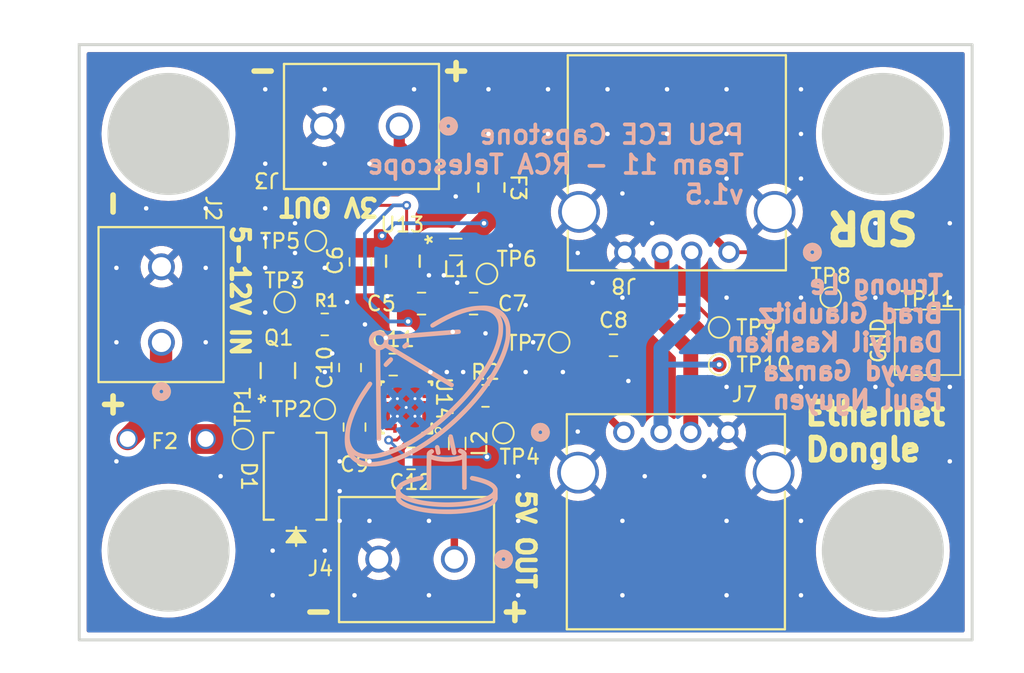
<source format=kicad_pcb>
(kicad_pcb (version 20240108) (generator "pcbnew") (generator_version "8.0")
  (title_block (title "Power Data Distribute PCB") (date "2025-03-15") (rev "1.5"))
  (layers (0 "F.Cu" signal) (31 "B.Cu" signal) (34 "B.Paste" user) (35 "F.Paste" user) (36 "B.SilkS" user "B.Silkscreen") (37 "F.SilkS" user "F.Silkscreen") (38 "B.Mask" user) (39 "F.Mask" user) (44 "Edge.Cuts" user))
  (net 0 "")
  (net 1 "GND")
  (net 2 "Net-(U13-SNS)")
  (net 3 "+3V0")
  (net 4 "Net-(Q1-D)")
  (net 5 "+5V")
  (net 6 "Net-(Q1-G)")
  (net 7 "Net-(U13-CFF)")
  (net 8 "Net-(U13-SW)")
  (net 10 "/PowerDataDistribute/VDD")
  (net 11 "/PowerDataDistribute/USB_D-_IN")
  (net 12 "/PowerDataDistribute/USB_D+_IN")
  (net 13 "Net-(Q1-S)")
  (net 14 "Net-(U14-SS_TR)")
  (net 15 "Net-(L2-Pad1)")
  (net 16 "Net-(U14-PG)")
  (footprint "Library:CONN_AU-Y1005-2_ASM" (layer "F.Cu") (at 57.657501 27.9494 180)
    (property "Reference" "J8" (at 7.057501 -2.2506 180) (layer "F.SilkS"))
    (property "Value" "USB_A")
    (pad "1" thru_hole circle (at 0 0 180) (size 1.4224 1.4224) (drill 0.9144) (layers "*.Cu" "*.Mask") (net 5 "+5V"))
    (pad "2" thru_hole circle (at 2.5 0 180) (size 1.4224 1.4224) (drill 0.9144) (layers "*.Cu" "*.Mask") (net 11 "/PowerDataDistribute/USB_D-_IN"))
    (pad "3" thru_hole circle (at 4.500001 0 180) (size 1.4224 1.4224) (drill 0.9144) (layers "*.Cu" "*.Mask") (net 12 "/PowerDataDistribute/USB_D+_IN"))
    (pad "4" thru_hole circle (at -3.069999 2.71 180) (size 2.8 2.8) (drill 2.3114) (layers "*.Cu" "*.Mask") (net 1 "GND"))
    (pad "4" thru_hole circle (at 7.000001 0 180) (size 1.4224 1.4224) (drill 0.9144) (layers "*.Cu" "*.Mask") (net 1 "GND"))
    (pad "4" thru_hole circle (at 10.07 2.71 180) (size 2.8 2.8) (drill 2.3114) (layers "*.Cu" "*.Mask") (net 1 "GND"))
  )
  (footprint "TestPoint:TestPoint_Pad_D1.0mm" (layer "F.Cu") (at 46.25 34)
    (property "Reference" "TP7" (at -2.2 0.05 0) (layer "F.SilkS"))
    (property "Value" "5VOUT")
    (pad "1" smd circle (at 0 0) (size 1 1) (layers "F.Cu" "F.Mask") (net 5 "+5V"))
  )
  (footprint "Capacitor_SMD:C_0805_2012Metric" (layer "F.Cu") (at 40.5 31.4 180)
    (property "Reference" "C7" (at -2.6 0 0) (layer "F.SilkS"))
    (property "Value" "4.7 uF")
    (pad "1" smd roundrect (at -0.95 0 180) (size 1 1.45) (layers "F.Cu" "F.Paste" "F.Mask") (net 2 "Net-(U13-SNS)"))
    (pad "2" smd roundrect (at 0.95 0 180) (size 1 1.45) (layers "F.Cu" "F.Paste" "F.Mask") (net 1 "GND"))
  )
  (footprint "TestPoint:TestPoint_Pad_4.0x4.0mm" (layer "F.Cu") (at 71 34)
    (property "Reference" "TP11" (at 0 -2.898 0) (layer "F.SilkS"))
    (property "Value" "GNDCLIP")
    (pad "1" smd rect (at 0 0) (size 4 4) (layers "F.Cu" "F.Mask") (net 1 "GND"))
  )
  (footprint "TestPoint:TestPoint_Pad_D1.0mm" (layer "F.Cu") (at 30.5 38.5 -90)
    (property "Reference" "TP2" (at 0 2.2 180) (layer "F.SilkS"))
    (property "Value" "5VBUCKVIN")
    (pad "1" smd circle (at 0 0 270) (size 1 1) (layers "F.Cu" "F.Mask") (net 13 "Net-(Q1-S)"))
  )
  (footprint "Capacitor_SMD:C_0805_2012Metric" (layer "F.Cu") (at 32.2 35.7 90)
    (property "Reference" "C10" (at 0 -1.7 90) (layer "F.SilkS"))
    (property "Value" "0.1uF")
    (pad "1" smd roundrect (at -0.95 0 90) (size 1 1.45) (layers "F.Cu" "F.Paste" "F.Mask") (net 13 "Net-(Q1-S)"))
    (pad "2" smd roundrect (at 0.95 0 90) (size 1 1.45) (layers "F.Cu" "F.Paste" "F.Mask") (net 1 "GND"))
  )
  (footprint "TestPoint:TestPoint_Pad_D1.0mm" (layer "F.Cu") (at 57 35.5)
    (property "Reference" "TP10" (at 3 0 0) (layer "F.SilkS"))
    (property "Value" "D-USB")
    (pad "1" smd circle (at 0 0) (size 1 1) (layers "F.Cu" "F.Mask") (net 11 "/PowerDataDistribute/USB_D-_IN"))
  )
  (footprint "TestPoint:TestPoint_Pad_D1.0mm" (layer "F.Cu") (at 57 33)
    (property "Reference" "TP9" (at 2.5 0 0) (layer "F.SilkS"))
    (property "Value" "D+USB")
    (pad "1" smd circle (at 0 0) (size 1 1) (layers "F.Cu" "F.Mask") (net 12 "/PowerDataDistribute/USB_D+_IN"))
  )
  (footprint "Library:MLF-8_ML_MCH" (layer "F.Cu") (at 35.75 28.55 -90)
    (property "Reference" "U13" (at -2.45 0.05 0) (layer "F.SilkS"))
    (property "Value" "MIC23050-SYML-TR")
    (fp_text user "*" (at -1.45 -2.05 -90) (layer "F.SilkS"))
    (pad "1" smd rect (at -0.9525 -0.750001) (size 0.254 0.7112) (layers "F.Cu" "F.Paste" "F.Mask") (net 8 "Net-(U13-SW)"))
    (pad "2" smd rect (at -0.9525 -0.25) (size 0.254 0.7112) (layers "F.Cu" "F.Paste" "F.Mask") (net 5 "+5V"))
    (pad "3" smd rect (at -0.9525 0.25) (size 0.254 0.7112) (layers "F.Cu" "F.Paste" "F.Mask"))
    (pad "4" smd rect (at -0.9525 0.750001) (size 0.254 0.7112) (layers "F.Cu" "F.Paste" "F.Mask") (net 2 "Net-(U13-SNS)"))
    (pad "5" smd rect (at 0.9525 0.750001) (size 0.254 0.7112) (layers "F.Cu" "F.Paste" "F.Mask") (net 7 "Net-(U13-CFF)"))
    (pad "6" smd rect (at 0.9525 0.25) (size 0.254 0.7112) (layers "F.Cu" "F.Paste" "F.Mask") (net 1 "GND"))
    (pad "7" smd rect (at 0.9525 -0.25) (size 0.254 0.7112) (layers "F.Cu" "F.Paste" "F.Mask") (net 5 "+5V"))
    (pad "8" smd rect (at 0.9525 -0.750001) (size 0.254 0.7112) (layers "F.Cu" "F.Paste" "F.Mask") (net 1 "GND"))
    (pad "9" smd rect (at 0 0 270) (size 0.7112 1.2954) (layers "F.Cu" "F.Paste" "F.Mask") (net 1 "GND"))
  )
  (footprint "Library:RGEF300K-2" (layer "F.Cu") (at 20.25 44.5)
    (property "Reference" "F2" (at -0.5 -3.85 0) (layer "F.SilkS"))
    (property "Value" "RGEF300K-2")
    (pad "1" thru_hole circle (at -3 -4) (size 1.36 1.36) (drill 1.06) (layers "*.Cu" "*.Mask") (net 10 "/PowerDataDistribute/VDD"))
    (pad "2" thru_hole circle (at 2.25 -4) (size 1.36 1.36) (drill 1.06) (layers "*.Cu" "*.Mask") (net 4 "Net-(Q1-D)"))
  )
  (footprint "Library:U-DFN2020-6_DIO" (layer "F.Cu") (at 27.349999 35.899999 90)
    (property "Reference" "Q1" (at 2.199999 0.050001 0) (layer "F.SilkS"))
    (property "Value" "DMP4047LFDE-7")
    (fp_text user "*" (at -1.900001 -0.749999 90) (layer "F.SilkS"))
    (pad "1" smd rect (at -0.900001 -0.649999 90) (size 0.508 0.4064) (layers "F.Cu" "F.Paste" "F.Mask") (net 4 "Net-(Q1-D)"))
    (pad "1" smd rect (at -0.900001 0 90) (size 0.508 0.4064) (layers "F.Cu" "F.Paste" "F.Mask") (net 4 "Net-(Q1-D)"))
    (pad "1" smd rect (at 0.900001 -0.649999 90) (size 0.508 0.4064) (layers "F.Cu" "F.Paste" "F.Mask") (net 4 "Net-(Q1-D)"))
    (pad "1" smd rect (at 0.900001 0 90) (size 0.508 0.4064) (layers "F.Cu" "F.Paste" "F.Mask") (net 4 "Net-(Q1-D)"))
    (pad "2" smd rect (at 0.900001 0.649999 90) (size 0.508 0.4064) (layers "F.Cu" "F.Paste" "F.Mask") (net 6 "Net-(Q1-G)"))
    (pad "3" smd rect (at -0.900001 0.649999 90) (size 0.508 0.4064) (layers "F.Cu" "F.Paste" "F.Mask") (net 13 "Net-(Q1-S)"))
    (pad "3" smd rect (at 0 0.65 90) (size 0.9144 0.2794) (layers "F.Cu" "F.Paste" "F.Mask") (net 13 "Net-(Q1-S)") (clearance 0.18))
  )
  (footprint "Library:CONN_1729128_PXC" (layer "F.Cu") (at 19.525 34.0066 90)
    (property "Reference" "J2" (at 9.0066 3.475 -90) (layer "F.SilkS"))
    (property "Value" "5V From PoE Splitter")
    (pad "1" thru_hole circle (at 0 0 90) (size 1.8034 1.8034) (drill 1.2954) (layers "*.Cu" "*.Mask") (net 10 "/PowerDataDistribute/VDD"))
    (pad "2" thru_hole circle (at 5.08 0 90) (size 1.8034 1.8034) (drill 1.2954) (layers "*.Cu" "*.Mask") (net 1 "GND"))
  )
  (footprint "TestPoint:TestPoint_Pad_D1.0mm" (layer "F.Cu") (at 41.4 29.4 90)
    (property "Reference" "TP6" (at 1 2 180) (layer "F.SilkS"))
    (property "Value" "3VBUCKOUT")
    (pad "1" smd circle (at 0 0 90) (size 1 1) (layers "F.Cu" "F.Mask") (net 2 "Net-(U13-SNS)"))
  )
  (footprint "TestPoint:TestPoint_Pad_D1.0mm" (layer "F.Cu") (at 64.5 31)
    (property "Reference" "TP8" (at 0 -1.448 360) (layer "F.SilkS"))
    (property "Value" "5VUSB")
    (pad "1" smd circle (at 0 0) (size 1 1) (layers "F.Cu" "F.Mask") (net 5 "+5V"))
  )
  (footprint "Capacitor_SMD:C_0805_2012Metric" (layer "F.Cu") (at 36.3 41.8 180)
    (property "Reference" "C12" (at 0 -1.6 360) (layer "F.SilkS"))
    (property "Value" "22uF")
    (pad "1" smd roundrect (at -0.95 0 180) (size 1 1.45) (layers "F.Cu" "F.Paste" "F.Mask") (net 5 "+5V"))
    (pad "2" smd roundrect (at 0.95 0 180) (size 1 1.45) (layers "F.Cu" "F.Paste" "F.Mask") (net 1 "GND"))
  )
  (footprint "Capacitor_SMD:C_0805_2012Metric" (layer "F.Cu") (at 35.1 35.5 180)
    (property "Reference" "C11" (at 0 1.7 360) (layer "F.SilkS"))
    (property "Value" "3.3nF")
    (pad "1" smd roundrect (at -0.95 0 180) (size 1 1.45) (layers "F.Cu" "F.Paste" "F.Mask") (net 1 "GND"))
    (pad "2" smd roundrect (at 0.95 0 180) (size 1 1.45) (layers "F.Cu" "F.Paste" "F.Mask") (net 14 "Net-(U14-SS_TR)"))
  )
  (footprint "Capacitor_SMD:C_0805_2012Metric" (layer "F.Cu") (at 32.5 39.7 -90)
    (property "Reference" "C9" (at 2.5 0 180) (layer "F.SilkS"))
    (property "Value" "10uF")
    (pad "1" smd roundrect (at -0.95 0 270) (size 1 1.45) (layers "F.Cu" "F.Paste" "F.Mask") (net 13 "Net-(Q1-S)"))
    (pad "2" smd roundrect (at 0.95 0 270) (size 1 1.45) (layers "F.Cu" "F.Paste" "F.Mask") (net 1 "GND"))
  )
  (footprint "Resistor_SMD:R_0805_2012Metric" (layer "F.Cu") (at 30.5 32.8)
    (property "Reference" "R1" (at 0.1 -1.6 360) (layer "F.SilkS") (effects (font (size 0.8 0.8))))
    (property "Value" "100k")
    (pad "1" smd roundrect (at -0.9125 0) (size 1.025 1.4) (layers "F.Cu" "F.Paste" "F.Mask") (roundrect_rratio 0.243902) (net 6 "Net-(Q1-G)"))
    (pad "2" smd roundrect (at 0.9125 0) (size 1.025 1.4) (layers "F.Cu" "F.Paste" "F.Mask") (roundrect_rratio 0.243902) (net 1 "GND"))
  )
  (footprint "Resistor_SMD:R_0805_2012Metric" (layer "F.Cu") (at 41.3 37.6 180)
    (property "Reference" "R2" (at 0 1.6 360) (layer "F.SilkS"))
    (property "Value" "100k")
    (pad "1" smd roundrect (at -0.9125 0 180) (size 1.025 1.4) (layers "F.Cu" "F.Paste" "F.Mask") (roundrect_rratio 0.243902) (net 5 "+5V"))
    (pad "2" smd roundrect (at 0.9125 0 180) (size 1.025 1.4) (layers "F.Cu" "F.Paste" "F.Mask") (roundrect_rratio 0.243902) (net 16 "Net-(U14-PG)"))
  )
  (footprint "Library:CONN_1729128_PXC" (layer "F.Cu") (at 39.2066 48.575001 180)
    (property "Reference" "J4" (at 9.0066 -0.624999 0) (layer "F.SilkS"))
    (property "Value" "5V Out For Filter Board")
    (pad "1" thru_hole circle (at 0 0 180) (size 1.8034 1.8034) (drill 1.2954) (layers "*.Cu" "*.Mask") (net 5 "+5V"))
    (pad "2" thru_hole circle (at 5.08 0 180) (size 1.8034 1.8034) (drill 1.2954) (layers "*.Cu" "*.Mask") (net 1 "GND"))
  )
  (footprint "Library:CONN_AU-Y1005-2_ASM" (layer "F.Cu") (at 50.5925 40.0506)
    (property "Reference" "J7" (at 8.1075 -2.5506 0) (layer "F.SilkS"))
    (property "Value" "USB_A")
    (pad "1" thru_hole circle (at 0 0) (size 1.4224 1.4224) (drill 0.9144) (layers "*.Cu" "*.Mask") (net 5 "+5V"))
    (pad "2" thru_hole circle (at 2.5 0) (size 1.4224 1.4224) (drill 0.9144) (layers "*.Cu" "*.Mask") (net 11 "/PowerDataDistribute/USB_D-_IN"))
    (pad "3" thru_hole circle (at 4.500001 0) (size 1.4224 1.4224) (drill 0.9144) (layers "*.Cu" "*.Mask") (net 12 "/PowerDataDistribute/USB_D+_IN"))
    (pad "4" thru_hole circle (at -3.069999 2.71) (size 2.8 2.8) (drill 2.3114) (layers "*.Cu" "*.Mask") (net 1 "GND"))
    (pad "4" thru_hole circle (at 7.000001 0) (size 1.4224 1.4224) (drill 0.9144) (layers "*.Cu" "*.Mask") (net 1 "GND"))
    (pad "4" thru_hole circle (at 10.07 2.71) (size 2.8 2.8) (drill 2.3114) (layers "*.Cu" "*.Mask") (net 1 "GND"))
  )
  (footprint "Library:RGT0016C" (layer "F.Cu") (at 35.970004 38.379996 180)
    (property "Reference" "U14" (at -2.529996 0.579996 -90) (layer "F.SilkS"))
    (property "Value" "TPS62133RGTR")
    (pad "1" smd rect (at -1.399997 -0.750004 270) (size 0.24 0.599999) (layers "F.Cu" "F.Paste" "F.Mask") (net 15 "Net-(L2-Pad1)"))
    (pad "2" smd rect (at -1.399997 -0.250005 270) (size 0.24 0.599999) (layers "F.Cu" "F.Paste" "F.Mask") (net 15 "Net-(L2-Pad1)"))
    (pad "3" smd rect (at -1.399997 0.249997 270) (size 0.24 0.599999) (layers "F.Cu" "F.Paste" "F.Mask") (net 15 "Net-(L2-Pad1)"))
    (pad "4" smd rect (at -1.399997 0.749996 270) (size 0.24 0.599999) (layers "F.Cu" "F.Paste" "F.Mask") (net 16 "Net-(U14-PG)"))
    (pad "5" smd rect (at -0.749996 1.399997 180) (size 0.24 0.599999) (layers "F.Cu" "F.Paste" "F.Mask") (net 1 "GND"))
    (pad "6" smd rect (at -0.249997 1.399997 180) (size 0.24 0.599999) (layers "F.Cu" "F.Paste" "F.Mask") (net 1 "GND"))
    (pad "7" smd rect (at 0.250005 1.399997 180) (size 0.24 0.599999) (layers "F.Cu" "F.Paste" "F.Mask") (net 1 "GND"))
    (pad "8" smd rect (at 0.750004 1.399997 180) (size 0.24 0.599999) (layers "F.Cu" "F.Paste" "F.Mask") (net 1 "GND"))
    (pad "9" smd rect (at 1.400002 0.749996 270) (size 0.24 0.599999) (layers "F.Cu" "F.Paste" "F.Mask") (net 14 "Net-(U14-SS_TR)"))
    (pad "10" smd rect (at 1.400002 0.249997 270) (size 0.24 0.599999) (layers "F.Cu" "F.Paste" "F.Mask") (net 13 "Net-(Q1-S)"))
    (pad "11" smd rect (at 1.400002 -0.250005 270) (size 0.24 0.599999) (layers "F.Cu" "F.Paste" "F.Mask") (net 13 "Net-(Q1-S)"))
    (pad "12" smd rect (at 1.400002 -0.750004 270) (size 0.24 0.599999) (layers "F.Cu" "F.Paste" "F.Mask") (net 13 "Net-(Q1-S)"))
    (pad "13" smd rect (at 0.750004 -1.400002 180) (size 0.24 0.599999) (layers "F.Cu" "F.Paste" "F.Mask") (net 13 "Net-(Q1-S)"))
    (pad "14" smd rect (at 0.250005 -1.400002 180) (size 0.24 0.599999) (layers "F.Cu" "F.Paste" "F.Mask") (net 5 "+5V"))
    (pad "15" smd rect (at -0.249997 -1.400002 180) (size 0.24 0.599999) (layers "F.Cu" "F.Paste" "F.Mask") (net 1 "GND"))
    (pad "16" smd rect (at -0.749996 -1.400002 180) (size 0.24 0.599999) (layers "F.Cu" "F.Paste" "F.Mask") (net 1 "GND"))
    (pad "17" smd rect (at 0.000005 -0.000003 180) (size 1.679999 1.679999) (layers "F.Cu" "F.Mask") (net 1 "GND"))
    (pad "18" thru_hole circle (at 0.590001 -0.590001 180) (size 0.499999 0.499999) (drill 0.2032) (layers "*.Cu" "*.Mask") (net 1 "GND"))
    (pad "19" thru_hole circle (at 0.590001 0.589996 180) (size 0.499999 0.499999) (drill 0.2032) (layers "*.Cu" "*.Mask") (net 1 "GND"))
    (pad "20" thru_hole circle (at -0.589996 0.589996 180) (size 0.499999 0.499999) (drill 0.2032) (layers "*.Cu" "*.Mask") (net 1 "GND"))
    (pad "21" thru_hole circle (at -0.589996 -0.590001 180) (size 0.499999 0.499999) (drill 0.2032) (layers "*.Cu" "*.Mask") (net 1 "GND"))
    (pad "22" thru_hole circle (at 0.000003 -0.000003 180) (size 0.499999 0.499999) (drill 0.2032) (layers "*.Cu" "*.Mask") (net 1 "GND"))
  )
  (footprint "TestPoint:TestPoint_Pad_D1.0mm" (layer "F.Cu") (at 29.9 27.2 -90)
    (property "Reference" "TP5" (at 0 2.4 180) (layer "F.SilkS"))
    (property "Value" "3VBUCKIN")
    (pad "1" smd circle (at 0 0 270) (size 1 1) (layers "F.Cu" "F.Mask") (net 5 "+5V"))
  )
  (footprint "Capacitor_SMD:C_0805_2012Metric" (layer "F.Cu") (at 32.9 28.5975 -90)
    (property "Reference" "C6" (at -0.0975 1.7 -90) (layer "F.SilkS"))
    (property "Value" "560 pF")
    (pad "1" smd roundrect (at -0.95 0 270) (size 1 1.45) (layers "F.Cu" "F.Paste" "F.Mask") (net 2 "Net-(U13-SNS)"))
    (pad "2" smd roundrect (at 0.95 0 270) (size 1 1.45) (layers "F.Cu" "F.Paste" "F.Mask") (net 7 "Net-(U13-CFF)"))
  )
  (footprint "Library:SMB_DIO" (layer "F.Cu") (at 28.5 43 -90)
    (property "Reference" "D1" (at 0 3.1 -90) (layer "F.SilkS"))
    (property "Value" "SMBJ12A-13-F")
    (pad "1" smd rect (at -1.8572 0) (size 2.21 2.1804) (layers "F.Cu" "F.Paste" "F.Mask") (net 4 "Net-(Q1-D)"))
    (pad "2" smd rect (at 1.8572 0) (size 2.21 2.1804) (layers "F.Cu" "F.Paste" "F.Mask") (net 1 "GND"))
    (zone (net 0) (net_name "") (layer "F.Cu") (connect_pads (clearance 0)) (min_thickness 0.254)
      (keepout (tracks not_allowed) (vias not_allowed) (pads allowed) (copperpour not_allowed) (footprints allowed))
      (fill (thermal_gap 0.508) (thermal_bridge_width 0.508))
      (polygon (pts (xy 27.3442 40.2558) (xy 27.3442 45.7442) (xy 26.5808 45.7442) (xy 26.5808 40.2558)))
    )
    (zone (net 0) (net_name "") (layer "F.Cu") (connect_pads (clearance 0)) (min_thickness 0.254)
      (keepout (tracks not_allowed) (vias not_allowed) (pads allowed) (copperpour not_allowed) (footprints allowed))
      (fill (thermal_gap 0.508) (thermal_bridge_width 0.508))
      (polygon (pts (xy 29.6558 42.2838) (xy 29.6558 43.7162) (xy 27.3442 43.7162) (xy 27.3442 42.2838)))
    )
    (zone (net 0) (net_name "") (layer "F.Cu") (connect_pads (clearance 0)) (min_thickness 0.254)
      (keepout (tracks not_allowed) (vias not_allowed) (pads allowed) (copperpour not_allowed) (footprints allowed))
      (fill (thermal_gap 0.508) (thermal_bridge_width 0.508))
      (polygon (pts (xy 30.4192 40.2558) (xy 30.4192 45.7442) (xy 29.6558 45.7442) (xy 29.6558 40.2558)))
    )
  )
  (footprint "Library:CONN_1729128_PXC" (layer "F.Cu") (at 35.5066 19.475001 180)
    (property "Reference" "J3" (at 8.9066 -3.624999 180) (layer "F.SilkS"))
    (property "Value" "3V Out For LNA")
    (pad "1" thru_hole circle (at 0 0 180) (size 1.8034 1.8034) (drill 1.2954) (layers "*.Cu" "*.Mask") (net 3 "+3V0"))
    (pad "2" thru_hole circle (at 5.08 0 180) (size 1.8034 1.8034) (drill 1.2954) (layers "*.Cu" "*.Mask") (net 1 "GND"))
  )
  (footprint "Inductor_SMD:L_0805_2012Metric" (layer "F.Cu") (at 39.3 27.6)
    (property "Reference" "L1" (at 0 1.5 180) (layer "F.SilkS"))
    (property "Value" "1 uH")
    (pad "1" smd roundrect (at -1.0625 0) (size 0.875 1.2) (layers "F.Cu" "F.Paste" "F.Mask") (net 8 "Net-(U13-SW)"))
    (pad "2" smd roundrect (at 1.0625 0) (size 0.875 1.2) (layers "F.Cu" "F.Paste" "F.Mask") (net 2 "Net-(U13-SNS)"))
  )
  (footprint "TestPoint:TestPoint_Pad_D1.0mm" (layer "F.Cu") (at 27.8 31.3)
    (property "Reference" "TP3" (at 0 -1.448 0) (layer "F.SilkS"))
    (property "Value" "G_PMOS")
    (pad "1" smd circle (at 0 0) (size 1 1) (layers "F.Cu" "F.Mask") (net 6 "Net-(Q1-G)"))
  )
  (footprint "Library:0ZCK_BEL" (layer "F.Cu") (at 41.7 23.6 90)
    (property "Reference" "F3" (at 0 1.8 -90) (layer "F.SilkS"))
    (property "Value" "0ZCK0020FF2G")
    (pad "1" smd rect (at -1.0922 0 90) (size 0.9906 1.4986) (layers "F.Cu" "F.Paste" "F.Mask") (net 2 "Net-(U13-SNS)"))
    (pad "2" smd rect (at 1.0922 0 90) (size 0.9906 1.4986) (layers "F.Cu" "F.Paste" "F.Mask") (net 3 "+3V0"))
    (zone (net 0) (net_name "") (layer "F.Cu") (connect_pads (clearance 0)) (min_thickness 0.254)
      (keepout (tracks not_allowed) (vias not_allowed) (pads allowed) (copperpour not_allowed) (footprints allowed))
      (fill (thermal_gap 0.508) (thermal_bridge_width 0.508))
      (polygon (pts (xy 41.0015 24.1461) (xy 41.0015 23.0539) (xy 42.3985 23.0539) (xy 42.3985 24.1461)))
    )
  )
  (footprint "Capacitor_SMD:C_0805_2012Metric" (layer "F.Cu") (at 37 31.4)
    (property "Reference" "C5" (at -2.7 0 0) (layer "F.SilkS"))
    (property "Value" "4.7 uF")
    (pad "1" smd roundrect (at -0.95 0) (size 1 1.45) (layers "F.Cu" "F.Paste" "F.Mask") (net 5 "+5V"))
    (pad "2" smd roundrect (at 0.95 0) (size 1 1.45) (layers "F.Cu" "F.Paste" "F.Mask") (net 1 "GND"))
  )
  (footprint "Inductor_SMD:L_0805_2012Metric" (layer "F.Cu") (at 39.4 40.8 -90)
    (property "Reference" "L2" (at 0 -1.5 90) (layer "F.SilkS"))
    (property "Value" "2.2uH")
    (pad "1" smd roundrect (at -1.0625 0 270) (size 0.875 1.2) (layers "F.Cu" "F.Paste" "F.Mask") (net 15 "Net-(L2-Pad1)"))
    (pad "2" smd roundrect (at 1.0625 0 270) (size 0.875 1.2) (layers "F.Cu" "F.Paste" "F.Mask") (net 5 "+5V"))
  )
  (footprint "TestPoint:TestPoint_Pad_D1.0mm" (layer "F.Cu") (at 42.5 40.1 -90)
    (property "Reference" "TP4" (at 1.6 -1.1 180) (layer "F.SilkS"))
    (property "Value" "5VBUCKVOUT")
    (pad "1" smd circle (at 0 0 270) (size 1 1) (layers "F.Cu" "F.Mask") (net 5 "+5V"))
  )
  (footprint "TestPoint:TestPoint_Pad_D1.0mm" (layer "F.Cu") (at 25 40.5)
    (property "Reference" "TP1" (at 0 -2.2 90) (layer "F.SilkS"))
    (property "Value" "PROCTVIN")
    (pad "1" smd circle (at 0 0) (size 1 1) (layers "F.Cu" "F.Mask") (net 4 "Net-(Q1-D)"))
  )
  (footprint "Capacitor_SMD:C_0805_2012Metric" (layer "F.Cu") (at 49.9 34.2)
    (property "Reference" "C8" (at 0 -1.68 0) (layer "F.SilkS"))
    (property "Value" "10 uF")
    (pad "1" smd roundrect (at -0.95 0) (size 1 1.45) (layers "F.Cu" "F.Paste" "F.Mask") (net 5 "+5V"))
    (pad "2" smd roundrect (at 0.95 0) (size 1 1.45) (layers "F.Cu" "F.Paste" "F.Mask") (net 1 "GND"))
  )
  (footprint "Library:dish" (layer "B.Cu") (at 37.5 38.5 180)
    (property "Reference" "G***" (hide yes))
    (property "Value" "LOGO" (hide yes))
  )
  (gr_poly (pts (xy 21.6 41.4) (xy 27 41.4) (xy 27 42.2) (xy 29.6 42.2) (xy 29.6 40.1) (xy 28.8 40.1) (xy 27.475 39) (xy 27.475 34.8) (xy 26 34.8) (xy 25.6 35.4) (xy 25.6 37.9) (xy 24.8 39.6) (xy 21.6 39.6)) (stroke (width 0.2)) (fill solid) (layer "F.Cu") (net 4))
  (gr_poly (pts (xy 36.48 27.34) (xy 36.9 27.33) (xy 37.6 26.9) (xy 38.8 26.9) (xy 38.8 28.3) (xy 37.6 28.3) (xy 36.91 27.86) (xy 36.48 27.86)) (stroke (width 0.2)) (fill solid) (layer "F.Cu") (net 8))
  (gr_poly (pts (xy 36.5 41) (xy 40.8 41) (xy 41.7 40.3) (xy 41.7 36) (xy 43.3 37.7) (xy 43.3 41) (xy 41.5 42.6) (xy 36.5 42.6)) (stroke (width 0.2)) (fill solid) (layer "F.Cu") (net 5))
  (gr_poly (pts (xy 27.95 35.995) (xy 27.95 36.351769) (xy 27.9 36.5) (xy 27.885 38.37) (xy 28.8 39.2) (xy 34.775 39.2) (xy 34.775 38.55) (xy 33.65 38.55) (xy 32.65 37.6) (xy 30 37.6) (xy 28.7 35.995)) (stroke (width 0.2)) (fill solid) (layer "F.Cu") (net 13))
  (gr_poly (pts (xy 35.025 27.2) (xy 34.5 26.5) (xy 33.9 26.5) (xy 33.9 27.1) (xy 32.05 27.1) (xy 32.05 28.2) (xy 33.95 28.2) (xy 34.85 27.85) (xy 35.025 27.85)) (stroke (width 0.2)) (fill solid) (layer "F.Cu") (net 2))
  (gr_poly (pts (xy 42.8 32.6) (xy 42.8 33.7) (xy 38.3 33.7) (xy 37.4 32.8) (xy 37.4 30.5) (xy 40 29.7) (xy 40 32.6)) (stroke (width 0.1)) (fill solid) (layer "F.Cu") (net 1))
  (gr_poly (pts (xy 35.022317 29.244146) (xy 34.832317 29.244146) (xy 33.932317 29.009146) (xy 32.032317 29.009146) (xy 32.032317 30.109146) (xy 33.932317 30.109146) (xy 34.832317 29.764146) (xy 35.022317 29.764146)) (stroke (width 0.2)) (fill solid) (layer "F.Cu") (net 7))
  (gr_poly (pts (xy 40.7 32.2) (xy 40.7 29.6) (xy 39.5 28.4) (xy 39.5 26.8) (xy 40.9 25.4) (xy 40.9 24) (xy 42.5 24) (xy 42.5 25.6) (xy 41.3 26.8) (xy 41.3 28.2) (xy 42 29.1) (xy 42.1 32.2)) (stroke (width 0.2)) (fill solid) (layer "F.Cu") (net 2))
  (gr_poly (pts (xy 36.5 30.6) (xy 37 31.2) (xy 37 32.9) (xy 35.4 32.9) (xy 35.4 30.6)) (stroke (width 0.1)) (fill solid) (layer "F.Cu") (net 5))
  (gr_poly (pts (xy 35.6 28.805882) (xy 36.32 28.805882) (xy 36.465 29.080882) (xy 36.465 29.825) (xy 37.4 30.9) (xy 40 29.7) (xy 39.2 28.9) (xy 37.4 28.905882) (xy 36.4 28.305882) (xy 36.2 28.305882)) (stroke (width 0.2)) (fill solid) (layer "F.Cu") (net 1))
  (gr_poly (pts (xy 37.15 38.05) (xy 37.8 38.05) (xy 38.9 39.2) (xy 40 39.2) (xy 40 40.2) (xy 38.9 40.2) (xy 37.7 39.2) (xy 37.15 39.2)) (stroke (width 0.2)) (fill solid) (layer "F.Cu") (net 15))
  (gr_poly (pts (xy 30.5 31.6) (xy 30.5 35.6) (xy 33.2 35.6) (xy 33.2 34.4) (xy 35.201798 34.4) (xy 35.2 39.15) (xy 36.15 39.15) (xy 36.15 40.05) (xy 36.15 40.45) (xy 35.55 41.15) (xy 34.95 41.15) (xy 34.95 42.5) (xy 35.775 42.5) (xy 35.775 41.2) (xy 36.275 40.55) (xy 36.75 40.55) (xy 36.75 40.05) (xy 36.75 39.275) (xy 36.75 37.175) (xy 39.1 37.2) (xy 39.1 36.5) (xy 40.9 36.5) (xy 39.8 35.3) (xy 38 35.3) (xy 36.7 34) (xy 34.984906 33.4) (xy 32.2 31.6)) (stroke (width 0.2)) (fill solid) (layer "F.Cu") (net 1))
  (gr_circle (center 20 20) (end 24 20) (stroke (width 0.2)) (fill solid) (layer "Edge.Cuts"))
  (gr_circle (center 68 20) (end 72 20) (stroke (width 0.2)) (fill solid) (layer "Edge.Cuts"))
  (gr_circle (center 68 48) (end 72 48) (stroke (width 0.2)) (fill solid) (layer "Edge.Cuts"))
  (gr_circle (center 20 48) (end 16 48) (stroke (width 0.2)) (fill solid) (layer "Edge.Cuts"))
  (gr_rect (start 14 14) (end 74 54) (stroke (width 0.2)) (fill none) (layer "Edge.Cuts"))
  (gr_text "PSU ECE Capstone\nTeam 11 - RCA Telescope\nv1.5" (at 58.8 24.8 0) (layer "B.SilkS") (effects (font (size 1.25 1.25) (thickness 0.25) (bold yes)) (justify left bottom mirror)))
  (gr_text "Truong Le\nBrad Glaubitz \nDaniyil Kashkan\nDavyd Gamza\nPaul Nguyen\n\n" (at 72.2 40.5 0) (layer "B.SilkS") (effects (font (size 1.2 1.2) (thickness 0.3) (bold yes)) (justify left bottom mirror)))
  (gr_text "SDR" (at 70.6 25.1 180) (layer "F.SilkS") (effects (font (size 2 2) (thickness 0.5) (bold yes)) (justify left bottom)))
  (gr_text "-" (at 27.5 15 180) (layer "F.SilkS") (effects (font (size 1.5 1.5) (thickness 0.375) (bold yes)) (justify left bottom)))
  (gr_text "+" (at 42.1 52.9 0) (layer "F.SilkS") (effects (font (size 1.5 1.5) (thickness 0.375) (bold yes)) (justify left bottom)))
  (gr_text "+" (at 40.5 15 180) (layer "F.SilkS") (effects (font (size 1.5 1.5) (thickness 0.375) (bold yes)) (justify left bottom)))
  (gr_text "+" (at 15.5 37 -90) (layer "F.SilkS") (effects (font (size 1.5 1.5) (thickness 0.375) (bold yes)) (justify left bottom)))
  (gr_text "-" (at 28.9 52.9 0) (layer "F.SilkS") (effects (font (size 1.5 1.5) (thickness 0.375) (bold yes)) (justify left bottom)))
  (gr_text "5-12V IN" (at 24.1 26 270) (layer "F.SilkS") (effects (font (size 1.2 1.2) (thickness 0.3) (bold yes)) (justify left bottom)))
  (gr_text "Ethernet\nDongle" (at 62.6 42.1 0) (layer "F.SilkS") (effects (font (size 1.5 1.5) (thickness 0.375) (bold yes)) (justify left bottom)))
  (gr_text "3V OUT" (at 34.2 24.2 180) (layer "F.SilkS") (effects (font (size 1.2 1.2) (thickness 0.3) (bold yes)) (justify left bottom)))
  (gr_text "GND" (at 68.3 35.5 90) (layer "F.SilkS") (effects (font (size 1 1)) (justify left bottom)))
  (gr_text "5V OUT" (at 43.3 43.8 -90) (layer "F.SilkS") (effects (font (size 1.2 1.2) (thickness 0.3) (bold yes)) (justify left bottom)))
  (gr_text "-" (at 15.5 23.5 -90) (layer "F.SilkS") (effects (font (size 1.5 1.5) (thickness 0.375) (bold yes)) (justify left bottom)))
  (segment (start 35.75 28.55) (end 36.1301 28.55) (width 0.2) (layer "F.Cu") (net 1))
  (segment (start 35.5 28.8) (end 35.75 28.55) (width 0.25) (layer "F.Cu") (net 1))
  (segment (start 35.5 29.5025) (end 35.5 28.8) (width 0.2) (layer "F.Cu") (net 1))
  (via (at 72.5 37) (size 0.6) (drill 0.3) (layers "F.Cu" "B.Cu") (net 1))
  (via (at 39.4 30) (size 0.6) (drill 0.3) (layers "F.Cu" "B.Cu") (net 1))
  (via (at 53.5 20) (size 0.6) (drill 0.3) (layers "F.Cu" "B.Cu") (net 1))
  (via (at 53.5 17) (size 0.6) (drill 0.3) (layers "F.Cu" "B.Cu") (net 1))
  (via (at 46.5 36) (size 0.6) (drill 0.3) (layers "F.Cu" "B.Cu") (net 1))
  (via (at 67.5 26) (size 0.6) (drill 0.3) (layers "F.Cu" "B.Cu") (net 1))
  (via (at 22.5 25) (size 0.6) (drill 0.3) (layers "F.Cu" "B.Cu") (net 1))
  (via (at 57.5 31) (size 0.6) (drill 0.3) (layers "F.Cu" "B.Cu") (net 1))
  (via (at 16.5 34) (size 0.6) (drill 0.3) (layers "F.Cu" "B.Cu") (net 1))
  (via (at 37.6 36) (size 0.6) (drill 0.3) (layers "F.Cu" "B.Cu") (net 1))
  (via (at 30.5 48) (size 0.6) (drill 0.3) (layers "F.Cu" "B.Cu") (net 1))
  (via (at 18.5 25) (size 0.6) (drill 0.3) (layers "F.Cu" "B.Cu") (net 1))
  (via (at 27 51) (size 0.6) (drill 0.3) (layers "F.Cu" "B.Cu") (net 1))
  (via (at 50.5 24) (size 0.6) (drill 0.3) (layers "F.Cu" "B.Cu") (net 1))
  (via (at 57.5 17) (size 0.6) (drill 0.3) (layers "F.Cu" "B.Cu") (net 1))
  (via (at 31 34.75) (size 0.6) (drill 0.3) (layers "F.Cu" "B.Cu") (net 1))
  (via (at 47.5 28) (size 0.6) (drill 0.3) (layers "F.Cu" "B.Cu") (net 1))
  (via (at 23.5 43) (size 0.6) (drill 0.3) (layers "F.Cu" "B.Cu") (net 1))
  (via (at 36.5 17) (size 0.6) (drill 0.3) (layers "F.Cu" "B.Cu") (net 1))
  (via (at 52 43) (size 0.6) (drill 0.3) (layers "F.Cu" "B.Cu") (net 1))
  (via (at 33.5 22) (size 0.6) (drill 0.3) (layers "F.Cu" "B.Cu") (net 1))
  (via (at 30.5 29) (size 0.6) (drill 0.3) (layers "F.Cu" "B.Cu") (net 1))
  (via (at 44 31.5) (size 0.6) (drill 0.3) (layers "F.Cu" "B.Cu") (net 1))
  (via (at 30.5 36) (size 0.6) (drill 0.3) (layers "F.Cu" "B.Cu") (net 1))
  (via (at 57.5 51) (size 0.6) (drill 0.3) (layers "F.Cu" "B.Cu") (net 1))
  (via (at 43.5 51) (size 0.6) (drill 0.3) (layers "F.Cu" "B.Cu") (net 1))
  (via (at 31.5 44) (size 0.6) (drill 0.3) (layers "F.Cu" "B.Cu") (net 1))
  (via (at 37.5 46) (size 0.6) (drill 0.3) (layers "F.Cu" "B.Cu") (net 1))
  (via (at 38.7 36) (size 0.6) (drill 0.3) (layers "F.Cu" "B.Cu") (net 1))
  (via (at 50.5 31) (size 0.6) (drill 0.3) (layers "F.Cu" "B.Cu") (net 1))
  (via (at 26.5 25) (size 0.6) (drill 0.3) (layers "F.Cu" "B.Cu") (net 1))
  (via (at 22.5 29) (size 0.6) (drill 0.3) (layers "F.Cu" "B.Cu") (net 1))
  (via (at 62.5 20) (size 0.6) (drill 0.3) (layers "F.Cu" "B.Cu") (net 1))
  (via (at 22.5 34) (size 0.6) (drill 0.3) (layers "F.Cu" "B.Cu") (net 1))
  (via (at 37.5 29.5) (size 0.6) (drill 0.3) (layers "F.Cu" "B.Cu") (net 1))
  (via (at 45.5 17) (size 0.6) (drill 0.3) (layers "F.Cu" "B.Cu") (net 1))
  (via (at 39.1 33.3) (size 0.6) (drill 0.3) (layers "F.Cu" "B.Cu") (net 1))
  (via (at 47.5 40) (size 0.6) (drill 0.3) (layers "F.Cu" "B.Cu") (net 1))
  (via (at 27 48) (size 0.6) (drill 0.3) (layers "F.Cu" "B.Cu") (net 1))
  (via (at 37.5 51) (size 0.6) (drill 0.3) (layers "F.Cu" "B.Cu") (net 1))
  (via (at 72.5 26) (size 0.6) (drill 0.3) (layers "F.Cu" "B.Cu") (net 1))
  (via (at 57.5 37) (size 0.6) (drill 0.3) (layers "F.Cu" "B.Cu") (net 1))
  (via (at 30.5 22) (size 0.6) (drill 0.3) (layers "F.Cu" "B.Cu") (net 1))
  (via (at 49.5 20) (size 0.6) (drill 0.3) (layers "F.Cu" "B.Cu") (net 1))
  (via (at 62.5 17) (size 0.6) (drill 0.3) (layers "F.Cu" "B.Cu") (net 1))
  (via (at 41.5 17) (size 0.6) (drill 0.3) (layers "F.Cu" "B.Cu") (net 1))
  (via (at 38.5 29.5) (size 0.6) (drill 0.3) (layers "F.Cu" "B.Cu") (net 1))
  (via (at 41.5 20) (size 0.6) (drill 0.3) (layers "F.Cu" "B.Cu") (net 1))
  (via (at 32.5 51) (size 0.6) (drill 0.3) (layers "F.Cu" "B.Cu") (net 1))
  (via (at 33.5 46) (size 0.6) (drill 0.3) (layers "F.Cu" "B.Cu") (net 1))
  (via (at 39.3 24.2) (size 0.6) (drill 0.3) (layers "F.Cu" "B.Cu") (net 1))
  (via (at 56 43) (size 0.6) (drill 0.3) (layers "F.Cu" "B.Cu") (net 1))
  (via (at 30.5 17) (size 0.6) (drill 0.3) (layers "F.Cu" "B.Cu") (net 1))
  (via (at 30.5 25) (size 0.6) (drill 0.3) (layers "F.Cu" "B.Cu") (net 1))
  (via (at 52.5 26) (size 0.6) (drill 0.3) (layers "F.Cu" "B.Cu") (net 1))
  (via (at 43 27.5) (size 0.6) (drill 0.3) (layers "F.Cu" "B.Cu") (net 1))
  (via (at 33.5 42) (size 0.6) (drill 0.3) (layers "F.Cu" "B.Cu") (net 1))
  (via (at 62.5 31) (size 0.6) (drill 0.3) (layers "F.Cu" "B.Cu") (net 1))
  (via (at 26.5 32) (size 0.6) (drill 0.3) (layers "F.Cu" "B.Cu") (net 1))
  (via (at 57.5 46) (size 0.6) (drill 0.3) (layers "F.Cu" "B.Cu") (net 1))
  (via (at 49.5 17) (size 0.6) (drill 0.3) (layers "F.Cu" "B.Cu") (net 1))
  (via (at 57.5 23) (size 0.6) (drill 0.3) (layers "F.Cu" "B.Cu") (net 1))
  (via (at 44.5 34) (size 0.6) (drill 0.3) (layers "F.Cu" "B.Cu") (net 1))
  (via (at 26.5 22) (size 0.6) (drill 0.3) (layers "F.Cu" "B.Cu") (net 1))
  (via (at 33.2 32.8) (size 0.6) (drill 0.3) (layers "F.Cu" "B.Cu") (net 1))
  (via (at 31.5 42) (size 0.6) (drill 0.3) (layers "F.Cu" "B.Cu") (net 1))
  (via (at 26.5 27) (size 0.6) (drill 0.3) (layers "F.Cu" "B.Cu") (net 1))
  (via (at 28.5 26) (size 0.6) (drill 0.3) (layers "F.Cu" "B.Cu") (net 1))
  (via (at 26.5 29) (size 0.6) (drill 0.3) (layers "F.Cu" "B.Cu") (net 1))
  (via (at 39.8 36) (size 0.6) (drill 0.3) (layers "F.Cu" "B.Cu") (net 1))
  (via (at 50.9 36.6) (size 0.6) (drill 0.3) (layers "F.Cu" "B.Cu") (net 1))
  (via (at 45.5 20) (size 0.6) (drill 0.3) (layers "F.Cu" "B.Cu") (net 1))
  (via (at 72.5 42) (size 0.6) (drill 0.3) (layers "F.Cu" "B.Cu") (net 1))
  (via (at 67.5 31) (size 0.6) (drill 0.3) (layers "F.Cu" "B.Cu") (net 1))
  (via (at 26.5 17) (size 0.6) (drill 0.3) (layers "F.Cu" "B.Cu") (net 1))
  (via (at 34.6 33.7) (size 0.6) (drill 0.3) (layers "F.Cu" "B.Cu") (net 1))
  (via (at 41.3 33.4) (size 0.6) (drill 0.3) (layers "F.Cu" "B.Cu") (net 1))
  (via (at 43.5 43) (size 0.6) (drill 0.3) (layers "F.Cu" "B.Cu") (net 1))
  (via (at 31.5 46) (size 0.6) (drill 0.3) (layers "F.Cu" "B.Cu") (net 1))
  (via (at 28.5 28) (size 0.6) (drill 0.3) (layers "F.Cu" "B.Cu") (net 1))
  (via (at 62.5 23) (size 0.6) (drill 0.3) (layers "F.Cu" "B.Cu") (net 1))
  (via (at 43.5 46) (size 0.6) (drill 0.3) (layers "F.Cu" "B.Cu") (net 1))
  (via (at 62.5 51) (size 0.6) (drill 0.3) (layers "F.Cu" "B.Cu") (net 1))
  (via (at 34.7 30.9) (size 0.6) (drill 0.3) (layers "F.Cu" "B.Cu") (net 1))
  (via (at 67.5 42) (size 0.6) (drill 0.3) (layers "F.Cu" "B.Cu") (net 1))
  (via (at 67.5 37) (size 0.6) (drill 0.3) (layers "F.Cu" "B.Cu") (net 1))
  (via (at 44 36) (size 0.6) (drill 0.3) (layers "F.Cu" "B.Cu") (net 1))
  (via (at 62.5 46) (size 0.6) (drill 0.3) (layers "F.Cu" "B.Cu") (net 1))
  (via (at 16.5 29) (size 0.6) (drill 0.3) (layers "F.Cu" "B.Cu") (net 1))
  (via (at 57.5 20) (size 0.6) (drill 0.3) (layers "F.Cu" "B.Cu") (net 1))
  (via (at 16.5 42) (size 0.6) (drill 0.3) (layers "F.Cu" "B.Cu") (net 1))
  (via (at 50.5 46) (size 0.6) (drill 0.3) (layers "F.Cu" "B.Cu") (net 1))
  (via (at 48.5 30) (size 0.6) (drill 0.3) (layers "F.Cu" "B.Cu") (net 1))
  (via (at 28.5 30) (size 0.6) (drill 0.3) (layers "F.Cu" "B.Cu") (net 1))
  (via (at 32 31.3) (size 0.6) (drill 0.3) (layers "F.Cu" "B.Cu") (net 1))
  (via (at 50.5 51) (size 0.6) (drill 0.3) (layers "F.Cu" "B.Cu") (net 1))
  (via (at 72.5 31) (size 0.6) (drill 0.3) (layers "F.Cu" "B.Cu") (net 1))
  (via (at 62.5 37) (size 0.6) (drill 0.3) (layers "F.Cu" "B.Cu") (net 1))
  (via (at 34.35 26.85) (size 0.6) (drill 0.3) (layers "F.Cu" "B.Cu") (net 2))
  (via (at 41.2 26) (size 0.6) (drill 0.3) (layers "F.Cu" "B.Cu") (net 2))
  (segment (start 34.35 26.85) (end 35.2 26) (width 0.25) (layer "B.Cu") (net 2))
  (segment (start 35.2 26) (end 41.2 26) (width 0.25) (layer "B.Cu") (net 2))
  (segment (start 35.5066 20.7566) (end 37.2578 22.5078) (width 0.75) (layer "F.Cu") (net 3))
  (segment (start 35.5066 19.475001) (end 35.5066 20.7566) (width 0.75) (layer "F.Cu") (net 3))
  (segment (start 37.2578 22.5078) (end 42.15 22.5078) (width 0.75) (layer "F.Cu") (net 3))
  (segment (start 48.95 34.2) (end 48.95 37.5) (width 0.5) (layer "F.Cu") (net 5))
  (segment (start 34.792129 40.571141) (end 35.328859 40.571141) (width 0.2) (layer "F.Cu") (net 5))
  (segment (start 36 24.8) (end 32.4 24.8) (width 0.2) (layer "F.Cu") (net 5))
  (segment (start 36 29.5025) (end 36 31.0475) (width 0.25) (layer "F.Cu") (net 5))
  (segment (start 36.5 32.8) (end 36.5 32.7) (width 0.5) (layer "F.Cu") (net 5))
  (segment (start 39.2066 48.575001) (end 39.2066 41.9066) (width 0.5) (layer "F.Cu") (net 5))
  (segment (start 51.508101 21.8) (end 57.657501 27.9494) (width 0.5) (layer "F.Cu") (net 5))
  (segment (start 48.95 34.2) (end 47.525 32.775) (width 0.5) (layer "F.Cu") (net 5))
  (segment (start 48.95 38.4081) (end 48.95 37.5) (width 0.5) (layer "F.Cu") (net 5))
  (segment (start 47.525 32.775) (end 44.5 29.75) (width 0.5) (layer "F.Cu") (net 5))
  (segment (start 45.9 21.8) (end 51.508101 21.8) (width 0.5) (layer "F.Cu") (net 5))
  (segment (start 36 27.5975) (end 36 24.8) (width 0.2) (layer "F.Cu") (net 5))
  (segment (start 46.25 34) (end 47.475 32.775) (width 0.25) (layer "F.Cu") (net 5))
  (segment (start 32.4 24.8) (end 30 27.2) (width 0.2) (layer "F.Cu") (net 5))
  (segment (start 61.4494 27.9494) (end 64.5 31) (width 0.25) (layer "F.Cu") (net 5))
  (segment (start 40 34.5) (end 38.2 34.5) (width 0.5) (layer "F.Cu") (net 5))
  (segment (start 44.5 29.75) (end 44.5 23.2) (width 0.5) (layer "F.Cu") (net 5))
  (segment (start 47.475 32.775) (end 47.525 32.775) (width 0.25) (layer "F.Cu") (net 5))
  (segment (start 48.95 37.5) (end 43 37.5) (width 0.5) (layer "F.Cu") (net 5))
  (segment (start 43 37.5) (end 40 34.5) (width 0.5) (layer "F.Cu") (net 5))
  (segment (start 38.2 34.5) (end 36.5 32.8) (width 0.5) (layer "F.Cu") (net 5))
  (segment (start 39.2066 41.9066) (end 39.2 41.9) (width 0.2) (layer "F.Cu") (net 5))
  (segment (start 35.719999 40.180001) (end 35.719999 39.779998) (width 0.2) (layer "F.Cu") (net 5))
  (segment (start 57.657501 27.9494) (end 61.4494 27.9494) (width 0.25) (layer "F.Cu") (net 5))
  (segment (start 35.328859 40.571141) (end 35.719999 40.180001) (width 0.2) (layer "F.Cu") (net 5))
  (segment (start 44.5 23.2) (end 45.9 21.8) (width 0.5) (layer "F.Cu") (net 5))
  (segment (start 50.5925 40.0506) (end 48.95 38.4081) (width 0.5) (layer "F.Cu") (net 5))
  (via (at 36.1 32.6) (size 0.6) (drill 0.3) (layers "F.Cu" "B.Cu") (net 5))
  (via (at 36 24.8) (size 0.6) (drill 0.3) (layers "F.Cu" "B.Cu") (net 5))
  (via (at 41.4 41.7) (size 0.6) (drill 0.3) (layers "F.Cu" "B.Cu") (net 5))
  (via (at 34.792129 40.571141) (size 0.6) (drill 0.3) (layers "F.Cu" "B.Cu") (net 5))
  (segment (start 34.8 32.6) (end 33.2 31) (width 0.25) (layer "B.Cu") (net 5))
  (segment (start 34.792129 40.571141) (end 35.920988 41.7) (width 0.2) (layer "B.Cu") (net 5))
  (segment (start 36.1 32.6) (end 34.8 32.6) (width 0.25) (layer "B.Cu") (net 5))
  (segment (start 35.1 24.8) (end 36 24.8) (width 0.25) (layer "B.Cu") (net 5))
  (segment (start 35.920988 41.7) (end 41.4 41.7) (width 0.2) (layer "B.Cu") (net 5))
  (segment (start 33.2 26.7) (end 35.1 24.8) (width 0.25) (layer "B.Cu") (net 5))
  (segment (start 33.2 31) (end 33.2 26.7) (width 0.25) (layer "B.Cu") (net 5))
  (segment (start 29.5875 34.2375) (end 28.825002 34.999998) (width 0.25) (layer "F.Cu") (net 6))
  (segment (start 29.5875 32.8) (end 29.5875 34.2375) (width 0.25) (layer "F.Cu") (net 6))
  (segment (start 27.999998 34.999998) (end 28.825002 34.999998) (width 0.25) (layer "F.Cu") (net 6))
  (segment (start 29.5875 32.8) (end 29.3 32.8) (width 0.2) (layer "F.Cu") (net 6))
  (segment (start 29.3 32.8) (end 27.8 31.3) (width 0.25) (layer "F.Cu") (net 6))
  (segment (start 19.5 38.25) (end 19.5 34.0316) (width 1.5) (layer "F.Cu") (net 10))
  (segment (start 19.5 34.0316) (end 19.525 34.0066) (width 1.5) (layer "F.Cu") (net 10))
  (segment (start 17.25 40.5) (end 19.5 38.25) (width 1.5) (layer "F.Cu") (net 10))
  (via (at 57 35.5) (size 0.6) (drill 0.3) (layers "F.Cu" "B.Cu") (net 11))
  (segment (start 53.0925 35.5) (end 54 35.5) (width 0.4) (layer "B.Cu") (net 11))
  (segment (start 55.25 32.25) (end 55.25 28.041899) (width 1) (layer "B.Cu") (net 11))
  (segment (start 53.0925 35.5) (end 53.0925 40.0506) (width 1) (layer "B.Cu") (net 11))
  (segment (start 53.0925 35) (end 53.0925 35.5) (width 1) (layer "B.Cu") (net 11))
  (segment (start 53.0925 35) (end 53.0925 34.4075) (width 1) (layer "B.Cu") (net 11))
  (segment (start 55.25 28.041899) (end 55.157501 27.9494) (width 1) (layer "B.Cu") (net 11))
  (segment (start 53.0925 34.4075) (end 55.25 32.25) (width 1) (layer "B.Cu") (net 11))
  (segment (start 54 35.5) (end 57 35.5) (width 0.4) (layer "B.Cu") (net 11))
  (segment (start 53.1575 32.6575) (end 53.1575 31) (width 1) (layer "F.Cu") (net 12))
  (segment (start 53.6575 31.5) (end 55.5 31.5) (width 0.25) (layer "F.Cu") (net 12))
  (segment (start 53.1575 31) (end 53.1575 27.9494) (width 1) (layer "F.Cu") (net 12))
  (segment (start 55.5 31.5) (end 57 33) (width 0.25) (layer "F.Cu") (net 12))
  (segment (start 55.092501 34.592501) (end 53.1575 32.6575) (width 1) (layer "F.Cu") (net 12))
  (segment (start 55.092501 40.0506) (end 55.092501 34.592501) (width 1) (layer "F.Cu") (net 12))
  (segment (start 32.2 36.65) (end 32.2 37.65) (width 0.2) (layer "F.Cu") (net 13))
  (segment (start 32.2 36.65) (end 32.55 36.65) (width 0.2) (layer "F.Cu") (net 13))
  (segment (start 34.659998 39.779998) (end 34.570002 39.690002) (width 0.25) (layer "F.Cu") (net 13))
  (segment (start 35.22 39.779998) (end 34.659998 39.779998) (width 0.25) (layer "F.Cu") (net 13))
  (segment (start 32.45 36.65) (end 32.2 36.65) (width 0.25) (layer "F.Cu") (net 13))
  (segment (start 33.929999 38.129999) (end 32.45 36.65) (width 0.25) (layer "F.Cu") (net 13))
  (segment (start 34.570002 38.129999) (end 33.929999 38.129999) (width 0.25) (layer "F.Cu") (net 13))
  (segment (start 34.570002 39.13) (end 34.570002 39.690002) (width 0.25) (layer "F.Cu") (net 13))
  (segment (start 34.15 35.5) (end 34.15 37.35) (width 0.2) (layer "F.Cu") (net 14))
  (segment (start 34.43 37.63) (end 34.570002 37.63) (width 0.2) (layer "F.Cu") (net 14))
  (segment (start 34.15 37.35) (end 34.43 37.63) (width 0.2) (layer "F.Cu") (net 14))
  (segment (start 40.3575 37.63) (end 40.3875 37.6) (width 0.2) (layer "F.Cu") (net 16))
  (segment (start 37.370001 37.63) (end 40.3575 37.63) (width 0.2) (layer "F.Cu") (net 16))
  (zone (net 1) (net_name "GND") (layers "F&B.Cu") (name "GNDFILL") (connect_pads (clearance 0.5)) (min_thickness 0.25) (fill yes (thermal_gap 0.5) (thermal_bridge_width 0.5))
    (polygon (pts (xy 77.5 11) (xy 11.5 11) (xy 11.5 56.25) (xy 77.5 56)))
  )
)
</source>
